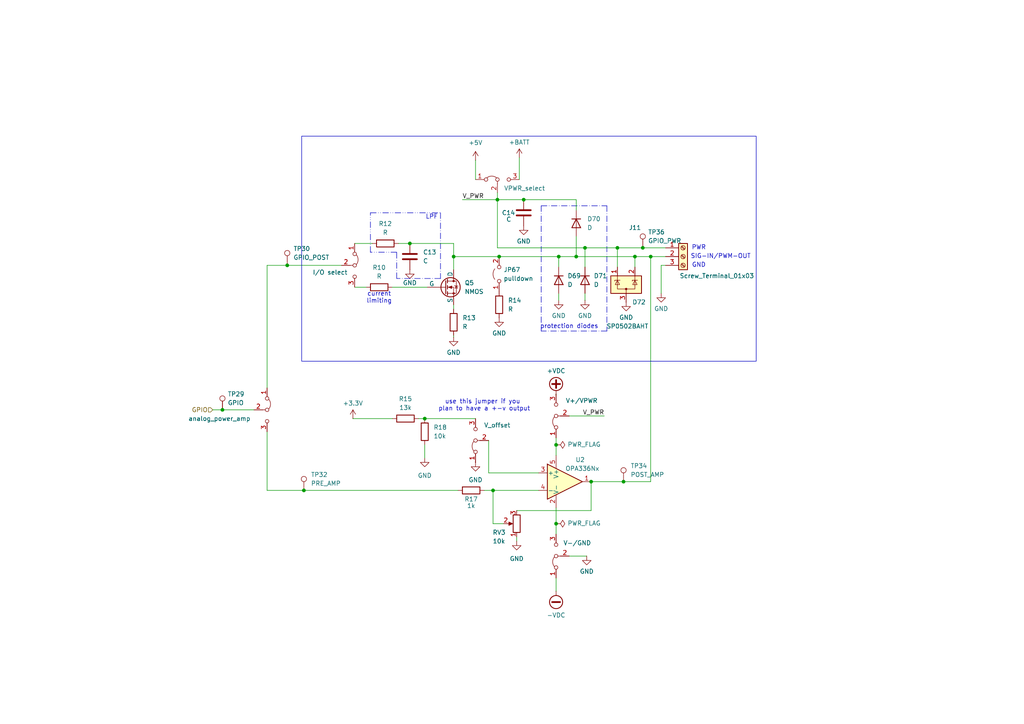
<source format=kicad_sch>
(kicad_sch (version 20231120) (generator "eeschema") (generator_version "8.0")
  (paper "A4")
  (lib_symbols
    (symbol "Amplifier_Operational:OPA336Nx" (pin_names (offset 0.127))
      (property "Reference" "U" (at -1.27 6.35 0))
      (property "Value" "OPA336Nx" (at -1.27 3.81 0))
      (symbol "OPA336Nx_0_1"
        (polyline (pts (xy -5.08 5.08) (xy 5.08 0) (xy -5.08 -5.08) (xy -5.08 5.08)) (stroke (width 0.254)) (fill (type background)))
        (pin power_in line (at -2.54 -7.62 90) (length 3.81) (name "V-") (number "2"))
        (pin power_in line (at -2.54 7.62 270) (length 3.81) (name "V+") (number "5"))
      )
      (symbol "OPA336Nx_1_1"
        (pin output line (at 7.62 0 180) (length 2.54) (name "~") (number "1"))
        (pin input line (at -7.62 2.54 0) (length 2.54) (name "+") (number "3"))
        (pin input line (at -7.62 -2.54 0) (length 2.54) (name "-") (number "4"))
      )
    )
    (symbol "Connector:Screw_Terminal_01x03" (pin_names (offset 1.016) hide)
      (property "Reference" "J" (at 0 5.08 0))
      (property "Value" "Screw_Terminal_01x03" (at 0 -5.08 0))
      (symbol "Screw_Terminal_01x03_1_1"
        (rectangle (start -1.27 3.81) (end 1.27 -3.81) (stroke (width 0.254)) (fill (type background)))
        (circle (center 0 -2.54) (radius 0.635) (stroke (width 0.1524)))
        (polyline (pts (xy -0.5334 -2.2098) (xy 0.3302 -3.048)) (stroke (width 0.1524)))
        (polyline (pts (xy -0.5334 0.3302) (xy 0.3302 -0.508)) (stroke (width 0.1524)))
        (polyline (pts (xy -0.5334 2.8702) (xy 0.3302 2.032)) (stroke (width 0.1524)))
        (polyline (pts (xy -0.3556 -2.032) (xy 0.508 -2.8702)) (stroke (width 0.1524)))
        (polyline (pts (xy -0.3556 0.508) (xy 0.508 -0.3302)) (stroke (width 0.1524)))
        (polyline (pts (xy -0.3556 3.048) (xy 0.508 2.2098)) (stroke (width 0.1524)))
        (circle (center 0 0) (radius 0.635) (stroke (width 0.1524)))
        (circle (center 0 2.54) (radius 0.635) (stroke (width 0.1524)))
        (pin passive line (at -5.08 2.54 0) (length 3.81) (name "Pin_1") (number "1"))
        (pin passive line (at -5.08 0 0) (length 3.81) (name "Pin_2") (number "2"))
        (pin passive line (at -5.08 -2.54 0) (length 3.81) (name "Pin_3") (number "3"))
      )
    )
    (symbol "Connector:TestPoint" (pin_numbers hide) (pin_names (offset 0.762) hide)
      (property "Reference" "TP" (at 0 6.858 0))
      (property "Value" "TestPoint" (at 0 5.08 0))
      (symbol "TestPoint_0_1"
        (circle (center 0 3.302) (radius 0.762))
      )
      (symbol "TestPoint_1_1"
        (pin passive line (at 0 0 90) (length 2.54) (name "1") (number "1"))
      )
    )
    (symbol "Device:C" (pin_numbers hide) (pin_names (offset 0.254))
      (property "Reference" "C" (at 0.635 2.54 0))
      (property "Value" "C" (at 0.635 -2.54 0))
      (symbol "C_0_1"
        (polyline (pts (xy -2.032 -0.762) (xy 2.032 -0.762)) (stroke (width 0.508)))
        (polyline (pts (xy -2.032 0.762) (xy 2.032 0.762)) (stroke (width 0.508)))
      )
      (symbol "C_1_1"
        (pin passive line (at 0 3.81 270) (length 2.794) (name "~") (number "1"))
        (pin passive line (at 0 -3.81 90) (length 2.794) (name "~") (number "2"))
      )
    )
    (symbol "Device:D" (pin_numbers hide) (pin_names (offset 1.016) hide)
      (property "Reference" "D" (at 0 2.54 0))
      (property "Value" "D" (at 0 -2.54 0))
      (symbol "D_0_1"
        (polyline (pts (xy -1.27 1.27) (xy -1.27 -1.27)) (stroke (width 0.254)))
        (polyline (pts (xy 1.27 0) (xy -1.27 0)))
        (polyline (pts (xy 1.27 1.27) (xy 1.27 -1.27) (xy -1.27 0) (xy 1.27 1.27)) (stroke (width 0.254)))
      )
      (symbol "D_1_1"
        (pin passive line (at -3.81 0 0) (length 2.54) (name "K") (number "1"))
        (pin passive line (at 3.81 0 180) (length 2.54) (name "A") (number "2"))
      )
    )
    (symbol "Device:R" (pin_numbers hide) (pin_names (offset 0))
      (property "Reference" "R" (at 2.032 0 90))
      (property "Value" "R" (at 0 0 90))
      (symbol "R_0_1"
        (rectangle (start -1.016 -2.54) (end 1.016 2.54) (stroke (width 0.254)))
      )
      (symbol "R_1_1"
        (pin passive line (at 0 3.81 270) (length 1.27) (name "~") (number "1"))
        (pin passive line (at 0 -3.81 90) (length 1.27) (name "~") (number "2"))
      )
    )
    (symbol "Device:R_Potentiometer" (pin_names (offset 1.016) hide)
      (property "Reference" "RV" (at -4.445 0 90))
      (property "Value" "R_Potentiometer" (at -2.54 0 90))
      (symbol "R_Potentiometer_0_1"
        (polyline (pts (xy 2.54 0) (xy 1.524 0)))
        (polyline (pts (xy 1.143 0) (xy 2.286 0.508) (xy 2.286 -0.508) (xy 1.143 0)) (fill (type outline)))
        (rectangle (start 1.016 2.54) (end -1.016 -2.54) (stroke (width 0.254)))
      )
      (symbol "R_Potentiometer_1_1"
        (pin passive line (at 0 3.81 270) (length 1.27) (name "1") (number "1"))
        (pin passive line (at 3.81 0 180) (length 1.27) (name "2") (number "2"))
        (pin passive line (at 0 -3.81 90) (length 1.27) (name "3") (number "3"))
      )
    )
    (symbol "Jumper:Jumper_2_Open" (pin_names (offset 0) hide)
      (property "Reference" "JP" (at 0 2.794 0))
      (property "Value" "Jumper_2_Open" (at 0 -2.286 0))
      (symbol "Jumper_2_Open_0_0"
        (circle (center -2.032 0) (radius 0.508))
        (circle (center 2.032 0) (radius 0.508))
      )
      (symbol "Jumper_2_Open_0_1"
        (arc (start 1.524 1.27) (mid 0 1.778) (end -1.524 1.27))
      )
      (symbol "Jumper_2_Open_1_1"
        (pin passive line (at -5.08 0 0) (length 2.54) (name "A") (number "1"))
        (pin passive line (at 5.08 0 180) (length 2.54) (name "B") (number "2"))
      )
    )
    (symbol "Jumper:Jumper_3_Bridged12" (pin_names (offset 0) hide)
      (property "Reference" "JP" (at -2.54 -2.54 0))
      (property "Value" "Jumper_3_Bridged12" (at 0 2.794 0))
      (symbol "Jumper_3_Bridged12_0_0"
        (circle (center -3.302 0) (radius 0.508))
        (circle (center 0 0) (radius 0.508))
        (circle (center 3.302 0) (radius 0.508))
      )
      (symbol "Jumper_3_Bridged12_0_1"
        (arc (start -0.254 0.508) (mid -1.651 0.9912) (end -3.048 0.508))
        (polyline (pts (xy 0 -1.27) (xy 0 -0.508)))
      )
      (symbol "Jumper_3_Bridged12_1_1"
        (pin passive line (at -6.35 0 0) (length 2.54) (name "A") (number "1"))
        (pin passive line (at 0 -3.81 90) (length 2.54) (name "C") (number "2"))
        (pin passive line (at 6.35 0 180) (length 2.54) (name "B") (number "3"))
      )
    )
    (symbol "Power_Protection:SP0502BAHT" (pin_names hide)
      (property "Reference" "D" (at 5.715 2.54 0))
      (property "Value" "SP0502BAHT" (at 5.715 0.635 0))
      (symbol "SP0502BAHT_0_0"
        (pin passive line (at 0 -5.08 90) (length 2.54) (name "A") (number "3"))
      )
      (symbol "SP0502BAHT_0_1"
        (rectangle (start -4.445 2.54) (end 4.445 -2.54) (stroke (width 0.254)) (fill (type background)))
        (circle (center 0 -1.27) (radius 0.254) (fill (type outline)))
        (polyline (pts (xy -2.54 2.54) (xy -2.54 1.27)))
        (polyline (pts (xy 0 -1.27) (xy 0 -2.54)))
        (polyline (pts (xy 2.54 2.54) (xy 2.54 1.27)))
        (polyline (pts (xy -3.302 1.016) (xy -3.302 1.27) (xy -1.905 1.27) (xy -1.778 1.27)))
        (polyline (pts (xy -2.54 1.27) (xy -2.54 -1.27) (xy 2.54 -1.27) (xy 2.54 1.27)))
        (polyline (pts (xy -2.54 1.27) (xy -1.905 0) (xy -3.175 0) (xy -2.54 1.27)))
        (polyline (pts (xy 1.778 1.016) (xy 1.778 1.27) (xy 3.175 1.27) (xy 3.302 1.27)))
        (polyline (pts (xy 2.54 1.27) (xy 1.905 0) (xy 3.175 0) (xy 2.54 1.27)))
      )
      (symbol "SP0502BAHT_1_1"
        (pin passive line (at -2.54 5.08 270) (length 2.54) (name "K") (number "1"))
        (pin passive line (at 2.54 5.08 270) (length 2.54) (name "K") (number "2"))
      )
    )
    (symbol "Simulation_SPICE:NMOS" (pin_numbers hide) (pin_names (offset 0))
      (property "Reference" "Q" (at 5.08 1.27 0))
      (property "Value" "NMOS" (at 5.08 -1.27 0))
      (symbol "NMOS_0_1"
        (polyline (pts (xy 0.254 0) (xy -2.54 0)))
        (polyline (pts (xy 0.254 1.905) (xy 0.254 -1.905)) (stroke (width 0.254)))
        (polyline (pts (xy 0.762 -1.27) (xy 0.762 -2.286)) (stroke (width 0.254)))
        (polyline (pts (xy 0.762 0.508) (xy 0.762 -0.508)) (stroke (width 0.254)))
        (polyline (pts (xy 0.762 2.286) (xy 0.762 1.27)) (stroke (width 0.254)))
        (polyline (pts (xy 2.54 2.54) (xy 2.54 1.778)))
        (polyline (pts (xy 2.54 -2.54) (xy 2.54 0) (xy 0.762 0)))
        (polyline (pts (xy 0.762 -1.778) (xy 3.302 -1.778) (xy 3.302 1.778) (xy 0.762 1.778)))
        (polyline (pts (xy 1.016 0) (xy 2.032 0.381) (xy 2.032 -0.381) (xy 1.016 0)) (fill (type outline)))
        (polyline (pts (xy 2.794 0.508) (xy 2.921 0.381) (xy 3.683 0.381) (xy 3.81 0.254)))
        (polyline (pts (xy 3.302 0.381) (xy 2.921 -0.254) (xy 3.683 -0.254) (xy 3.302 0.381)))
        (circle (center 1.651 0) (radius 2.794) (stroke (width 0.254)))
        (circle (center 2.54 -1.778) (radius 0.254) (fill (type outline)))
        (circle (center 2.54 1.778) (radius 0.254) (fill (type outline)))
      )
      (symbol "NMOS_1_1"
        (pin passive line (at 2.54 5.08 270) (length 2.54) (name "D") (number "1"))
        (pin input line (at -5.08 0 0) (length 2.54) (name "G") (number "2"))
        (pin passive line (at 2.54 -5.08 90) (length 2.54) (name "S") (number "3"))
      )
    )
    (symbol "power:+3.3V" (power) (pin_numbers hide) (pin_names (offset 0) hide)
      (property "Value" "+3.3V" (at 0 3.556 0))
      (symbol "+3.3V_0_1"
        (polyline (pts (xy -0.762 1.27) (xy 0 2.54)))
        (polyline (pts (xy 0 0) (xy 0 2.54)))
        (polyline (pts (xy 0 2.54) (xy 0.762 1.27)))
      )
      (symbol "+3.3V_1_1"
        (pin power_in line (at 0 0 90) (length 0) (name "~") (number "1"))
      )
    )
    (symbol "power:+5V" (power) (pin_numbers hide) (pin_names (offset 0) hide)
      (property "Value" "+5V" (at 0 3.556 0))
      (symbol "+5V_0_1"
        (polyline (pts (xy -0.762 1.27) (xy 0 2.54)))
        (polyline (pts (xy 0 0) (xy 0 2.54)))
        (polyline (pts (xy 0 2.54) (xy 0.762 1.27)))
      )
      (symbol "+5V_1_1"
        (pin power_in line (at 0 0 90) (length 0) (name "~") (number "1"))
      )
    )
    (symbol "power:+BATT" (power) (pin_numbers hide) (pin_names (offset 0) hide)
      (property "Value" "+BATT" (at 0 3.556 0))
      (symbol "+BATT_0_1"
        (polyline (pts (xy -0.762 1.27) (xy 0 2.54)))
        (polyline (pts (xy 0 0) (xy 0 2.54)))
        (polyline (pts (xy 0 2.54) (xy 0.762 1.27)))
      )
      (symbol "+BATT_1_1"
        (pin power_in line (at 0 0 90) (length 0) (name "~") (number "1"))
      )
    )
    (symbol "power:+VDC" (power) (pin_numbers hide) (pin_names (offset 0) hide)
      (property "Value" "+VDC" (at 0 6.35 0))
      (symbol "+VDC_0_1"
        (polyline (pts (xy -1.143 3.175) (xy 1.143 3.175)) (stroke (width 0.508)))
        (polyline (pts (xy 0 0) (xy 0 1.27)))
        (polyline (pts (xy 0 2.032) (xy 0 4.318)) (stroke (width 0.508)))
        (circle (center 0 3.175) (radius 1.905) (stroke (width 0.254)))
      )
      (symbol "+VDC_1_1"
        (pin power_in line (at 0 0 90) (length 0) (name "~") (number "1"))
      )
    )
    (symbol "power:-VDC" (power) (pin_numbers hide) (pin_names (offset 0) hide)
      (property "Value" "-VDC" (at 0 6.35 0))
      (symbol "-VDC_0_1"
        (polyline (pts (xy -1.143 3.175) (xy 1.143 3.175)) (stroke (width 0.508)))
        (polyline (pts (xy 0 0) (xy 0 1.27)))
        (circle (center 0 3.175) (radius 1.905) (stroke (width 0.254)))
      )
      (symbol "-VDC_1_1"
        (pin power_in line (at 0 0 90) (length 0) (name "~") (number "1"))
      )
    )
    (symbol "power:GND" (power) (pin_numbers hide) (pin_names (offset 0) hide)
      (property "Value" "GND" (at 0 -3.81 0))
      (symbol "GND_0_1"
        (polyline (pts (xy 0 0) (xy 0 -1.27) (xy 1.27 -1.27) (xy 0 -2.54) (xy -1.27 -1.27) (xy 0 -1.27)))
      )
      (symbol "GND_1_1"
        (pin power_in line (at 0 0 270) (length 0) (name "~") (number "1"))
      )
    )
    (symbol "power:PWR_FLAG" (power) (pin_numbers hide) (pin_names (offset 0) hide)
      (property "Value" "PWR_FLAG" (at 0 3.81 0))
      (symbol "PWR_FLAG_0_0"
        (pin power_out line (at 0 0 90) (length 0) (name "~") (number "1"))
      )
      (symbol "PWR_FLAG_0_1"
        (polyline (pts (xy 0 0) (xy 0 1.27) (xy -1.016 1.905) (xy 0 2.54) (xy 1.016 1.905) (xy 0 1.27)))
      )
    )
  )
  (junction (at 143.002 142.24))
  (junction (at 161.29 151.892))
  (junction (at 169.672 71.882))
  (junction (at 188.722 74.422))
  (junction (at 131.572 74.422))
  (junction (at 88.138 142.24))
  (junction (at 180.848 139.7))
  (junction (at 144.78 74.422))
  (junction (at 123.19 121.412))
  (junction (at 83.312 76.962))
  (junction (at 167.132 74.422))
  (junction (at 161.29 129.032))
  (junction (at 171.45 139.7))
  (junction (at 179.07 71.882))
  (junction (at 186.436 71.882))
  (junction (at 144.272 57.912))
  (junction (at 64.516 118.872))
  (junction (at 118.872 70.612))
  (junction (at 162.052 74.422))
  (junction (at 151.892 57.912))
  (junction (at 184.15 74.422))
  (polyline (pts (xy 107.442 73.152) (xy 107.442 73.152)))
  (wire (pts (xy 188.722 139.7) (xy 188.722 74.422)))
  (polyline (pts (xy 127.762 80.772) (xy 115.062 80.772)) (stroke (width 0) (type dash_dot)))
  (wire (pts (xy 140.462 142.24) (xy 143.002 142.24)))
  (wire (pts (xy 61.722 118.872) (xy 64.516 118.872)))
  (wire (pts (xy 167.132 74.422) (xy 184.15 74.422)))
  (wire (pts (xy 144.272 71.882) (xy 144.272 57.912)))
  (wire (pts (xy 149.86 148.082) (xy 171.45 148.082)))
  (wire (pts (xy 131.572 70.612) (xy 131.572 74.422)))
  (wire (pts (xy 179.07 71.882) (xy 186.436 71.882)))
  (wire (pts (xy 184.15 74.422) (xy 184.15 77.47)))
  (wire (pts (xy 161.29 151.892) (xy 161.29 154.94)))
  (wire (pts (xy 131.572 74.422) (xy 144.78 74.422)))
  (wire (pts (xy 149.86 156.972) (xy 149.86 155.702)))
  (wire (pts (xy 170.18 161.29) (xy 165.1 161.29)))
  (wire (pts (xy 134.112 57.912) (xy 144.272 57.912)))
  (wire (pts (xy 77.47 142.24) (xy 88.138 142.24)))
  (wire (pts (xy 64.516 118.872) (xy 73.66 118.872)))
  (wire (pts (xy 162.052 74.422) (xy 167.132 74.422)))
  (wire (pts (xy 171.45 139.7) (xy 180.848 139.7)))
  (wire (pts (xy 162.052 77.47) (xy 162.052 74.422)))
  (wire (pts (xy 161.29 127) (xy 161.29 129.032)))
  (polyline (pts (xy 127.762 61.722) (xy 127.762 80.772)) (stroke (width 0) (type dash_dot)))
  (wire (pts (xy 144.272 57.912) (xy 144.272 55.88)))
  (wire (pts (xy 77.47 76.962) (xy 77.47 112.522)))
  (wire (pts (xy 161.29 129.032) (xy 161.29 132.08)))
  (wire (pts (xy 102.87 70.612) (xy 107.95 70.612)))
  (wire (pts (xy 131.572 88.392) (xy 131.572 89.662)))
  (wire (pts (xy 169.672 85.09) (xy 169.672 87.122)))
  (wire (pts (xy 186.436 71.882) (xy 193.04 71.882)))
  (wire (pts (xy 88.138 142.24) (xy 132.842 142.24)))
  (wire (pts (xy 151.892 57.912) (xy 167.132 57.912)))
  (wire (pts (xy 123.19 121.412) (xy 137.922 121.412)))
  (wire (pts (xy 143.002 151.892) (xy 146.05 151.892)))
  (wire (pts (xy 144.78 74.422) (xy 162.052 74.422)))
  (wire (pts (xy 121.412 121.412) (xy 123.19 121.412)))
  (polyline (pts (xy 176.022 96.012) (xy 156.972 96.012)) (stroke (width 0) (type dash_dot)))
  (wire (pts (xy 167.132 68.58) (xy 167.132 74.422)))
  (wire (pts (xy 161.29 171.45) (xy 161.29 167.64)))
  (wire (pts (xy 150.622 45.72) (xy 150.622 52.07)))
  (wire (pts (xy 102.362 121.412) (xy 113.792 121.412)))
  (wire (pts (xy 141.732 137.16) (xy 156.21 137.16)))
  (wire (pts (xy 144.272 57.912) (xy 151.892 57.912)))
  (wire (pts (xy 161.29 114.554) (xy 161.29 114.3)))
  (wire (pts (xy 161.29 147.32) (xy 161.29 151.892)))
  (polyline (pts (xy 115.062 73.152) (xy 107.442 73.152)) (stroke (width 0) (type dash_dot_dot)))
  (wire (pts (xy 180.848 139.7) (xy 188.722 139.7)))
  (wire (pts (xy 188.722 74.422) (xy 193.04 74.422)))
  (wire (pts (xy 162.052 85.09) (xy 162.052 87.122)))
  (wire (pts (xy 167.132 57.912) (xy 167.132 60.96)))
  (wire (pts (xy 102.87 83.312) (xy 106.172 83.312)))
  (wire (pts (xy 169.672 77.47) (xy 169.672 71.882)))
  (wire (pts (xy 131.572 74.422) (xy 131.572 78.232)))
  (wire (pts (xy 137.922 46.482) (xy 137.922 52.07)))
  (wire (pts (xy 171.45 148.082) (xy 171.45 139.7)))
  (wire (pts (xy 143.002 142.24) (xy 143.002 151.892)))
  (wire (pts (xy 77.47 125.222) (xy 77.47 142.24)))
  (wire (pts (xy 143.002 142.24) (xy 156.21 142.24)))
  (wire (pts (xy 83.312 76.962) (xy 77.47 76.962)))
  (wire (pts (xy 193.04 76.962) (xy 191.77 76.962)))
  (wire (pts (xy 191.77 76.962) (xy 191.77 85.09)))
  (wire (pts (xy 123.19 129.032) (xy 123.19 132.842)))
  (polyline (pts (xy 176.022 59.69) (xy 176.022 96.012)) (stroke (width 0) (type dash_dot)))
  (polyline (pts (xy 107.442 61.722) (xy 127.762 61.722)) (stroke (width 0) (type dash_dot_dot)))
  (polyline (pts (xy 156.972 59.69) (xy 156.972 96.012)) (stroke (width 0) (type dash_dot)))
  (wire (pts (xy 169.672 71.882) (xy 179.07 71.882)))
  (wire (pts (xy 113.792 83.312) (xy 123.952 83.312)))
  (wire (pts (xy 118.872 70.612) (xy 131.572 70.612)))
  (wire (pts (xy 115.57 70.612) (xy 118.872 70.612)))
  (wire (pts (xy 83.312 76.708) (xy 83.312 76.962)))
  (wire (pts (xy 99.06 76.962) (xy 83.312 76.962)))
  (wire (pts (xy 144.272 71.882) (xy 169.672 71.882)))
  (wire (pts (xy 131.572 97.282) (xy 131.572 97.79)))
  (wire (pts (xy 175.26 120.65) (xy 165.1 120.65)))
  (polyline (pts (xy 156.972 59.69) (xy 176.022 59.69)) (stroke (width 0) (type dash_dot)))
  (wire (pts (xy 179.07 71.882) (xy 179.07 77.47)))
  (polyline (pts (xy 115.062 80.772) (xy 115.062 73.152)) (stroke (width 0) (type dash_dot)))
  (wire (pts (xy 141.732 127.762) (xy 141.732 137.16)))
  (wire (pts (xy 184.15 74.422) (xy 188.722 74.422)))
  (polyline (pts (xy 107.442 73.152) (xy 107.442 61.722)) (stroke (width 0) (type dash_dot_dot)))
  (rectangle (start 87.503 39.497) (end 219.329 104.775))
  (text "current\nlimiting\n" (at 109.982 86.36 0) (effects (font (size 1.27 1.27))))
  (text "LPF\n" (at 125.222 62.992 0) (effects (font (size 1.27 1.27))))
  (text "protection diodes\n" (at 165.1 94.742 0) (effects (font (size 1.27 1.27))))
  (text "use this jumper if you \nplan to have a +-v output" (at 140.462 117.602 0) (effects (font (size 1.27 1.27))))
  (text "PWR" (at 202.692 71.882 0) (effects (font (size 1.27 1.27))))
  (text "SIG-IN/PWM-OUT" (at 209.042 74.422 0) (effects (font (size 1.27 1.27))))
  (text "GND\n" (at 202.692 76.962 0) (effects (font (size 1.27 1.27))))
  (label "V_PWR" (at 175.26 120.65 180))
  (label "V_PWR" (at 134.112 57.912 0))
  (hierarchical_label "GPIO" (shape input) (at 61.722 118.872 180))
  (symbol (lib_id "Device:C") (at 118.872 74.422 0) (unit 1)
    (property "Reference" "C13" (at 122.682 73.1519 0) (effects (justify left)))
    (property "Value" "C" (at 122.682 75.6919 0) (effects (justify left)))
    (property "Footprint" "Capacitor_SMD:C_0603_1608Metric_Pad1.08x0.95mm_HandSolder" (effects (hide yes)))
    (property "Description" "Unpolarized capacitor" (effects (hide yes)))
    (instances (project "data_logger" (path "" (reference "C13") (unit 1)) (path "" (reference "C20") (unit 1))))
  )
  (symbol (lib_id "Simulation_SPICE:NMOS") (at 129.032 83.312 0) (unit 1)
    (property "Reference" "Q5" (at 134.747 82.0419 0) (effects (justify left)))
    (property "Value" "NMOS" (at 134.747 84.5819 0) (effects (justify left)))
    (property "Footprint" "Package_TO_SOT_SMD:SOT-23-3" (effects (hide yes)))
    (property "Datasheet" "https://ngspice.sourceforge.io/docs/ngspice-html-manual/manual.xhtml#cha_MOSFETs" (effects (hide yes)))
    (property "Description" "N-MOSFET transistor, drain/source/gate" (effects (hide yes)))
    (property "Sim.Device" "NMOS" (effects (hide yes)))
    (property "Sim.Type" "VDMOS" (effects (hide yes)))
    (property "Sim.Pins" "1=D 2=G 3=S" (effects (hide yes)))
    (instances (project "data_logger" (path "" (reference "Q5") (unit 1)) (path "" (reference "Q6") (unit 1))))
  )
  (symbol (lib_id "power:GND") (at 149.86 156.972 0) (unit 1)
    (property "Reference" "#PWR0121" (effects (hide yes)))
    (property "Value" "GND" (at 149.86 162.052 0))
    (property "Description" "Power symbol creates a global label with name \"GND\" , ground" (effects (hide yes)))
    (instances (project "data_logger" (path "" (reference "#PWR0121") (unit 1)) (path "" (reference "#PWR0272") (unit 1))))
  )
  (symbol (lib_id "Device:R") (at 136.652 142.24 270) (unit 1)
    (property "Reference" "R17" (at 136.652 144.78 90))
    (property "Value" "1k" (at 136.652 146.685 90))
    (property "Footprint" "Resistor_SMD:R_0603_1608Metric_Pad0.98x0.95mm_HandSolder" (effects (hide yes)))
    (property "Description" "Resistor" (effects (hide yes)))
    (instances (project "data_logger" (path "" (reference "R17") (unit 1)) (path "" (reference "R23") (unit 1))))
  )
  (symbol (lib_id "Device:R") (at 123.19 125.222 180) (unit 1)
    (property "Reference" "R18" (at 125.73 123.9519 0) (effects (justify right)))
    (property "Value" "10k" (at 125.73 126.4919 0) (effects (justify right)))
    (property "Footprint" "Resistor_SMD:R_0603_1608Metric_Pad0.98x0.95mm_HandSolder" (effects (hide yes)))
    (property "Description" "Resistor" (effects (hide yes)))
    (instances (project "data_logger" (path "" (reference "R18") (unit 1)) (path "" (reference "R21") (unit 1))))
  )
  (symbol (lib_id "power:GND") (at 131.572 97.79 0) (unit 1)
    (property "Reference" "#PWR095" (effects (hide yes)))
    (property "Value" "GND" (at 131.572 102.235 0))
    (property "Description" "Power symbol creates a global label with name \"GND\" , ground" (effects (hide yes)))
    (instances (project "data_logger" (path "" (reference "#PWR095") (unit 1)) (path "" (reference "#PWR0268") (unit 1))))
  )
  (symbol (lib_id "power:GND") (at 118.872 78.232 0) (unit 1)
    (property "Reference" "#PWR093" (effects (hide yes)))
    (property "Value" "GND" (at 118.872 82.042 0))
    (property "Description" "Power symbol creates a global label with name \"GND\" , ground" (effects (hide yes)))
    (instances (project "data_logger" (path "" (reference "#PWR093") (unit 1)) (path "" (reference "#PWR0266") (unit 1))))
  )
  (symbol (lib_id "Connector:TestPoint") (at 88.138 142.24 0) (unit 1)
    (property "Reference" "TP32" (at 90.17 137.6679 0) (effects (justify left)))
    (property "Value" "PRE_AMP" (at 90.17 140.2079 0) (effects (justify left)))
    (property "Footprint" "TestPoint:TestPoint_Keystone_5019_Minature" (effects (hide yes)))
    (property "Description" "test point" (effects (hide yes)))
    (instances (project "data_logger" (path "" (reference "TP32") (unit 1)) (path "" (reference "TP33") (unit 1))))
  )
  (symbol (lib_id "Connector:Screw_Terminal_01x03") (at 198.12 74.422 0) (unit 1)
    (property "Reference" "J11" (at 182.372 66.04 0) (effects (justify left)))
    (property "Value" "Screw_Terminal_01x03" (at 197.104 80.01 0) (effects (justify left)))
    (property "Footprint" "TerminalBlock:TerminalBlock_Altech_AK300-3_P5.00mm" (effects (hide yes)))
    (property "Description" "Generic screw terminal, single row, 01x03, script generated (kicad-library-utils/schlib/autogen/connector/)" (effects (hide yes)))
    (instances (project "data_logger" (path "" (reference "J11") (unit 1)) (path "" (reference "J12") (unit 1))))
  )
  (symbol (lib_id "Connector:TestPoint") (at 180.848 139.7 0) (unit 1)
    (property "Reference" "TP34" (at 182.88 135.1279 0) (effects (justify left)))
    (property "Value" "POST_AMP" (at 182.88 137.6679 0) (effects (justify left)))
    (property "Footprint" "TestPoint:TestPoint_Keystone_5019_Minature" (effects (hide yes)))
    (property "Description" "test point" (effects (hide yes)))
    (instances (project "data_logger" (path "" (reference "TP34") (unit 1)) (path "" (reference "TP35") (unit 1))))
  )
  (symbol (lib_id "Device:D") (at 162.052 81.28 270) (unit 1)
    (property "Reference" "D69" (at 164.592 80.0099 90) (effects (justify left)))
    (property "Value" "D" (at 164.592 82.5499 90) (effects (justify left)))
    (property "Footprint" "Diode_SMD:D_0805_2012Metric" (effects (hide yes)))
    (property "Description" "Diode" (effects (hide yes)))
    (property "Sim.Device" "D" (effects (hide yes)))
    (property "Sim.Pins" "1=K 2=A" (effects (hide yes)))
    (instances (project "data_logger" (path "" (reference "D69") (unit 1)) (path "" (reference "D74") (unit 1))))
  )
  (symbol (lib_id "power:+BATT") (at 150.622 45.72 0) (unit 1)
    (property "Reference" "#PWR098" (effects (hide yes)))
    (property "Value" "+BATT" (at 150.622 41.275 0))
    (property "Description" "Power symbol creates a global label with name \"+BATT\"" (effects (hide yes)))
    (instances (project "data_logger" (path "" (reference "#PWR098") (unit 1)) (path "" (reference "#PWR0273") (unit 1))))
  )
  (symbol (lib_id "Connector:TestPoint") (at 64.516 118.872 0) (unit 1)
    (property "Reference" "TP29" (at 66.04 114.2999 0) (effects (justify left)))
    (property "Value" "GPIO" (at 66.04 116.8399 0) (effects (justify left)))
    (property "Footprint" "TestPoint:TestPoint_Keystone_5019_Minature" (effects (hide yes)))
    (property "Description" "test point" (effects (hide yes)))
    (instances (project "data_logger" (path "" (reference "TP29") (unit 1)) (path "" (reference "TP28") (unit 1))))
  )
  (symbol (lib_id "power:GND") (at 144.78 92.202 0) (unit 1)
    (property "Reference" "#PWR097" (effects (hide yes)))
    (property "Value" "GND" (at 144.78 96.647 0))
    (property "Description" "Power symbol creates a global label with name \"GND\" , ground" (effects (hide yes)))
    (instances (project "data_logger" (path "" (reference "#PWR097") (unit 1)) (path "" (reference "#PWR0271") (unit 1))))
  )
  (symbol (lib_id "power:PWR_FLAG") (at 161.29 151.892 270) (unit 1)
    (property "Reference" "#FLG07" (effects (hide yes)))
    (property "Value" "PWR_FLAG" (at 164.592 151.765 90) (effects (justify left)))
    (property "Description" "Special symbol for telling ERC where power comes from" (effects (hide yes)))
    (instances (project "data_logger" (path "" (reference "#FLG07") (unit 1)) (path "" (reference "#FLG06") (unit 1))))
  )
  (symbol (lib_id "Device:R") (at 144.78 88.392 0) (unit 1)
    (property "Reference" "R14" (at 147.32 87.1219 0) (effects (justify left)))
    (property "Value" "R" (at 147.32 89.6619 0) (effects (justify left)))
    (property "Footprint" "Resistor_SMD:R_0603_1608Metric_Pad0.98x0.95mm_HandSolder" (effects (hide yes)))
    (property "Description" "Resistor" (effects (hide yes)))
    (instances (project "data_logger" (path "" (reference "R14") (unit 1)) (path "" (reference "R24") (unit 1))))
  )
  (symbol (lib_id "power:-VDC") (at 161.29 171.45 180) (unit 1)
    (property "Reference" "#PWR0116" (effects (hide yes)))
    (property "Value" "-VDC" (at 161.29 178.435 0))
    (property "Description" "Power symbol creates a global label with name \"-VDC\"" (effects (hide yes)))
    (instances (project "data_logger" (path "" (reference "#PWR0116") (unit 1)) (path "" (reference "#PWR0276") (unit 1))))
  )
  (symbol (lib_id "power:GND") (at 162.052 87.122 0) (unit 1)
    (property "Reference" "#PWR0100" (effects (hide yes)))
    (property "Value" "GND" (at 162.052 91.567 0))
    (property "Description" "Power symbol creates a global label with name \"GND\" , ground" (effects (hide yes)))
    (instances (project "data_logger" (path "" (reference "#PWR0100") (unit 1)) (path "" (reference "#PWR0277") (unit 1))))
  )
  (symbol (lib_id "Jumper:Jumper_3_Bridged12") (at 77.47 118.872 270) (unit 1)
    (property "Reference" "JP46" (effects (hide yes)))
    (property "Value" "analog_power_amp" (at 54.61 121.412 90) (effects (justify left)))
    (property "Footprint" "Connector_PinHeader_2.54mm:PinHeader_1x03_P2.54mm_Vertical" (effects (hide yes)))
    (property "Description" "Jumper, 3-pole, pins 1+2 closed/bridged" (effects (hide yes)))
    (instances (project "data_logger" (path "" (reference "JP46") (unit 1)) (path "" (reference "JP63") (unit 1))))
  )
  (symbol (lib_id "power:GND") (at 137.922 134.112 0) (unit 1)
    (property "Reference" "#PWR0119" (effects (hide yes)))
    (property "Value" "GND" (at 137.922 139.192 0))
    (property "Description" "Power symbol creates a global label with name \"GND\" , ground" (effects (hide yes)))
    (instances (project "data_logger" (path "" (reference "#PWR0119") (unit 1)) (path "" (reference "#PWR0270") (unit 1))))
  )
  (symbol (lib_id "Device:R") (at 109.982 83.312 270) (unit 1)
    (property "Reference" "R10" (at 109.982 77.597 90))
    (property "Value" "R" (at 109.982 80.137 90))
    (property "Footprint" "Resistor_SMD:R_0603_1608Metric_Pad0.98x0.95mm_HandSolder" (effects (hide yes)))
    (property "Description" "Resistor" (effects (hide yes)))
    (instances (project "data_logger" (path "" (reference "R10") (unit 1)) (path "" (reference "R16") (unit 1))))
  )
  (symbol (lib_id "Device:R_Potentiometer") (at 149.86 151.892 180) (unit 1)
    (property "Reference" "RV3" (at 142.875 154.432 0) (effects (justify right)))
    (property "Value" "10k" (at 142.875 156.972 0) (effects (justify right)))
    (property "Footprint" "Potentiometer_THT:Potentiometer_Vishay_T73XX_Horizontal" (effects (hide yes)))
    (property "Description" "Potentiometer" (effects (hide yes)))
    (instances (project "data_logger" (path "" (reference "RV3") (unit 1)) (path "" (reference "RV1") (unit 1))))
  )
  (symbol (lib_id "Device:R") (at 131.572 93.472 0) (unit 1)
    (property "Reference" "R13" (at 134.112 92.2019 0) (effects (justify left)))
    (property "Value" "R" (at 134.112 94.7419 0) (effects (justify left)))
    (property "Footprint" "Resistor_SMD:R_0603_1608Metric_Pad0.98x0.95mm_HandSolder" (effects (hide yes)))
    (property "Description" "Resistor" (effects (hide yes)))
    (instances (project "data_logger" (path "" (reference "R13") (unit 1)) (path "" (reference "R22") (unit 1))))
  )
  (symbol (lib_id "Device:R") (at 111.76 70.612 270) (unit 1)
    (property "Reference" "R12" (at 111.76 64.897 90))
    (property "Value" "R" (at 111.76 67.437 90))
    (property "Footprint" "Resistor_SMD:R_0603_1608Metric_Pad0.98x0.95mm_HandSolder" (effects (hide yes)))
    (property "Description" "Resistor" (effects (hide yes)))
    (instances (project "data_logger" (path "" (reference "R12") (unit 1)) (path "" (reference "R19") (unit 1))))
  )
  (symbol (lib_id "power:GND") (at 123.19 132.842 0) (unit 1)
    (property "Reference" "#PWR0118" (effects (hide yes)))
    (property "Value" "GND" (at 123.19 137.922 0))
    (property "Description" "Power symbol creates a global label with name \"GND\" , ground" (effects (hide yes)))
    (instances (project "data_logger" (path "" (reference "#PWR0118") (unit 1)) (path "" (reference "#PWR0267") (unit 1))))
  )
  (symbol (lib_id "Amplifier_Operational:OPA336Nx") (at 163.83 139.7 0) (unit 1)
    (property "Reference" "U2" (at 168.275 133.35 0))
    (property "Value" "OPA336Nx" (at 168.91 135.89 0))
    (property "Footprint" "Package_TO_SOT_SMD:SOT-23-5" (effects (hide yes)))
    (property "Datasheet" "https://www.ti.com/lit/ds/symlink/opa2336.pdf" (effects (hide yes)))
    (property "Description" "100 KHz, microPower CMOS, Op Amps, SOT-23-5" (effects (hide yes)))
    (instances (project "data_logger" (path "" (reference "U2") (unit 1)) (path "" (reference "U8") (unit 1))))
  )
  (symbol (lib_id "Jumper:Jumper_3_Bridged12") (at 102.87 76.962 270) (unit 1)
    (property "Reference" "JP2" (effects (hide yes)))
    (property "Value" "I/O select" (at 90.678 78.994 90) (effects (justify left)))
    (property "Footprint" "Connector_PinHeader_2.54mm:PinHeader_1x03_P2.54mm_Vertical" (effects (hide yes)))
    (property "Description" "Jumper, 3-pole, pins 1+2 closed/bridged" (effects (hide yes)))
    (instances (project "data_logger" (path "" (reference "JP2") (unit 1)) (path "" (reference "JP64") (unit 1))))
  )
  (symbol (lib_id "power:PWR_FLAG") (at 161.29 129.032 270) (unit 1)
    (property "Reference" "#FLG08" (effects (hide yes)))
    (property "Value" "PWR_FLAG" (at 164.592 128.905 90) (effects (justify left)))
    (property "Description" "Special symbol for telling ERC where power comes from" (effects (hide yes)))
    (instances (project "data_logger" (path "" (reference "#FLG08") (unit 1)) (path "" (reference "#FLG09") (unit 1))))
  )
  (symbol (lib_id "Jumper:Jumper_2_Open") (at 144.78 79.502 90) (unit 1)
    (property "Reference" "JP67" (at 146.05 78.2319 90) (effects (justify right)))
    (property "Value" "pulldown" (at 146.05 80.7719 90) (effects (justify right)))
    (property "Footprint" "Connector_PinHeader_2.54mm:PinHeader_1x03_P2.54mm_Vertical" (effects (hide yes)))
    (property "Description" "Jumper, 2-pole, open" (effects (hide yes)))
    (instances (project "data_logger" (path "" (reference "JP67") (unit 1)) (path "" (reference "JP50") (unit 1))))
  )
  (symbol (lib_id "power:+3.3V") (at 102.362 121.412 0) (unit 1)
    (property "Reference" "#PWR0126" (effects (hide yes)))
    (property "Value" "+3.3V" (at 102.362 116.967 0))
    (property "Description" "Power symbol creates a global label with name \"+3.3V\"" (effects (hide yes)))
    (instances (project "data_logger" (path "" (reference "#PWR0126") (unit 1)) (path "" (reference "#PWR0120") (unit 1))))
  )
  (symbol (lib_id "power:GND") (at 191.77 85.09 0) (unit 1)
    (property "Reference" "#PWR0105" (effects (hide yes)))
    (property "Value" "GND" (at 191.77 89.535 0))
    (property "Description" "Power symbol creates a global label with name \"GND\" , ground" (effects (hide yes)))
    (instances (project "data_logger" (path "" (reference "#PWR0105") (unit 1)) (path "" (reference "#PWR0281") (unit 1))))
  )
  (symbol (lib_id "power:GND") (at 169.672 87.122 0) (unit 1)
    (property "Reference" "#PWR0101" (effects (hide yes)))
    (property "Value" "GND" (at 169.672 91.567 0))
    (property "Description" "Power symbol creates a global label with name \"GND\" , ground" (effects (hide yes)))
    (instances (project "data_logger" (path "" (reference "#PWR0101") (unit 1)) (path "" (reference "#PWR0278") (unit 1))))
  )
  (symbol (lib_id "Power_Protection:SP0502BAHT") (at 181.61 82.55 0) (unit 1)
    (property "Reference" "D72" (at 183.388 87.63 0) (effects (justify left)))
    (property "Value" "SP0502BAHT" (at 175.895 94.615 0) (effects (justify left)))
    (property "Footprint" "Package_TO_SOT_SMD:SOT-23" (effects (hide yes)))
    (property "Datasheet" "http://www.littelfuse.com/~/media/files/littelfuse/technical%20resources/documents/data%20sheets/sp05xxba.pdf" (effects (hide yes)))
    (property "Description" "TVS Diode Array, 5.5V Standoff, 2 Channels, SOT-23 package" (effects (hide yes)))
    (instances (project "data_logger" (path "" (reference "D72") (unit 1)) (path "" (reference "D77") (unit 1))))
  )
  (symbol (lib_id "Jumper:Jumper_3_Bridged12") (at 144.272 52.07 0) (unit 1)
    (property "Reference" "JP21" (effects (hide yes)))
    (property "Value" "VPWR_select" (at 152.146 54.61 0))
    (property "Footprint" "Connector_PinHeader_2.54mm:PinHeader_1x03_P2.54mm_Vertical" (effects (hide yes)))
    (property "Description" "Jumper, 3-pole, pins 1+2 closed/bridged" (effects (hide yes)))
    (instances (project "data_logger" (path "" (reference "JP21") (unit 1)) (path "" (reference "JP66") (unit 1))))
  )
  (symbol (lib_id "Device:D") (at 167.132 64.77 270) (unit 1)
    (property "Reference" "D70" (at 170.307 63.4999 90) (effects (justify left)))
    (property "Value" "D" (at 170.307 66.0399 90) (effects (justify left)))
    (property "Footprint" "Diode_SMD:D_0805_2012Metric" (effects (hide yes)))
    (property "Description" "Diode" (effects (hide yes)))
    (property "Sim.Device" "D" (effects (hide yes)))
    (property "Sim.Pins" "1=K 2=A" (effects (hide yes)))
    (instances (project "data_logger" (path "" (reference "D70") (unit 1)) (path "" (reference "D75") (unit 1))))
  )
  (symbol (lib_id "power:+VDC") (at 161.29 114.554 0) (unit 1)
    (property "Reference" "#PWR0109" (effects (hide yes)))
    (property "Value" "+VDC" (at 161.29 107.569 0))
    (property "Description" "Power symbol creates a global label with name \"+VDC\"" (effects (hide yes)))
    (instances (project "data_logger" (path "" (reference "#PWR0109") (unit 1)) (path "" (reference "#PWR0275") (unit 1))))
  )
  (symbol (lib_id "Device:D") (at 169.672 81.28 270) (unit 1)
    (property "Reference" "D71" (at 172.212 80.0099 90) (effects (justify left)))
    (property "Value" "D" (at 172.212 82.5499 90) (effects (justify left)))
    (property "Footprint" "Diode_SMD:D_0805_2012Metric" (effects (hide yes)))
    (property "Description" "Diode" (effects (hide yes)))
    (property "Sim.Device" "D" (effects (hide yes)))
    (property "Sim.Pins" "1=K 2=A" (effects (hide yes)))
    (instances (project "data_logger" (path "" (reference "D71") (unit 1)) (path "" (reference "D76") (unit 1))))
  )
  (symbol (lib_id "power:GND") (at 170.18 161.29 0) (unit 1)
    (property "Reference" "#PWR0117" (effects (hide yes)))
    (property "Value" "GND" (at 170.18 165.735 0))
    (property "Description" "Power symbol creates a global label with name \"GND\" , ground" (effects (hide yes)))
    (instances (project "data_logger" (path "" (reference "#PWR0117") (unit 1)) (path "" (reference "#PWR0279") (unit 1))))
  )
  (symbol (lib_id "Connector:TestPoint") (at 83.312 76.708 0) (unit 1)
    (property "Reference" "TP30" (at 85.09 72.1359 0) (effects (justify left)))
    (property "Value" "GPIO_POST" (at 85.09 74.6759 0) (effects (justify left)))
    (property "Footprint" "TestPoint:TestPoint_Keystone_5019_Minature" (effects (hide yes)))
    (property "Description" "test point" (effects (hide yes)))
    (instances (project "data_logger" (path "" (reference "TP30") (unit 1)) (path "" (reference "TP31") (unit 1))))
  )
  (symbol (lib_id "power:GND") (at 181.61 87.63 0) (unit 1)
    (property "Reference" "#PWR0102" (effects (hide yes)))
    (property "Value" "GND" (at 181.61 92.075 0))
    (property "Description" "Power symbol creates a global label with name \"GND\" , ground" (effects (hide yes)))
    (instances (project "data_logger" (path "" (reference "#PWR0102") (unit 1)) (path "" (reference "#PWR0280") (unit 1))))
  )
  (symbol (lib_id "Device:R") (at 117.602 121.412 270) (unit 1)
    (property "Reference" "R15" (at 117.602 115.697 90))
    (property "Value" "13k" (at 117.602 118.237 90))
    (property "Footprint" "Resistor_SMD:R_0603_1608Metric_Pad0.98x0.95mm_HandSolder" (effects (hide yes)))
    (property "Description" "Resistor" (effects (hide yes)))
    (instances (project "data_logger" (path "" (reference "R15") (unit 1)) (path "" (reference "R20") (unit 1))))
  )
  (symbol (lib_id "power:+5V") (at 137.922 46.482 0) (unit 1)
    (property "Reference" "#PWR096" (effects (hide yes)))
    (property "Value" "+5V" (at 137.922 41.402 0))
    (property "Description" "Power symbol creates a global label with name \"+5V\"" (effects (hide yes)))
    (instances (project "data_logger" (path "" (reference "#PWR096") (unit 1)) (path "" (reference "#PWR0269") (unit 1))))
  )
  (symbol (lib_id "Jumper:Jumper_3_Bridged12") (at 137.922 127.762 90) (unit 1)
    (property "Reference" "JP49" (effects (hide yes)))
    (property "Value" "V_offset" (at 148.082 123.317 90) (effects (justify left)))
    (property "Footprint" "Connector_PinHeader_2.54mm:PinHeader_1x03_P2.54mm_Vertical" (effects (hide yes)))
    (property "Description" "Jumper, 3-pole, pins 1+2 closed/bridged" (effects (hide yes)))
    (instances (project "data_logger" (path "" (reference "JP49") (unit 1)) (path "" (reference "JP65") (unit 1))))
  )
  (symbol (lib_id "Device:C") (at 151.892 61.722 0) (unit 1)
    (property "Reference" "C14" (at 145.542 61.722 0) (effects (justify left)))
    (property "Value" "C" (at 146.812 63.627 0) (effects (justify left)))
    (property "Footprint" "Capacitor_SMD:C_0603_1608Metric_Pad1.08x0.95mm_HandSolder" (effects (hide yes)))
    (property "Description" "Unpolarized capacitor" (effects (hide yes)))
    (instances (project "data_logger" (path "" (reference "C14") (unit 1)) (path "" (reference "C21") (unit 1))))
  )
  (symbol (lib_id "Connector:TestPoint") (at 186.436 71.882 0) (unit 1)
    (property "Reference" "TP36" (at 187.96 67.3099 0) (effects (justify left)))
    (property "Value" "GPIO_PWR" (at 187.96 69.8499 0) (effects (justify left)))
    (property "Footprint" "TestPoint:TestPoint_Keystone_5019_Minature" (effects (hide yes)))
    (property "Description" "test point" (effects (hide yes)))
    (instances (project "data_logger" (path "" (reference "TP36") (unit 1)) (path "" (reference "TP37") (unit 1))))
  )
  (symbol (lib_id "Jumper:Jumper_3_Bridged12") (at 161.29 161.29 90) (unit 1)
    (property "Reference" "JP47" (effects (hide yes)))
    (property "Value" "V-/GND" (at 171.45 157.48 90) (effects (justify left)))
    (property "Footprint" "Connector_PinHeader_2.54mm:PinHeader_1x03_P2.54mm_Vertical" (effects (hide yes)))
    (property "Description" "Jumper, 3-pole, pins 1+2 closed/bridged" (effects (hide yes)))
    (instances (project "data_logger" (path "" (reference "JP47") (unit 1)) (path "" (reference "JP69") (unit 1))))
  )
  (symbol (lib_id "Jumper:Jumper_3_Bridged12") (at 161.29 120.65 90) (unit 1)
    (property "Reference" "JP48" (effects (hide yes)))
    (property "Value" "V+/VPWR" (at 173.355 116.205 90) (effects (justify left)))
    (property "Footprint" "Connector_PinHeader_2.54mm:PinHeader_1x03_P2.54mm_Vertical" (effects (hide yes)))
    (property "Description" "Jumper, 3-pole, pins 1+2 closed/bridged" (effects (hide yes)))
    (instances (project "data_logger" (path "" (reference "JP48") (unit 1)) (path "" (reference "JP68") (unit 1))))
  )
  (symbol (lib_id "power:GND") (at 151.892 65.532 0) (unit 1)
    (property "Reference" "#PWR099" (effects (hide yes)))
    (property "Value" "GND" (at 151.892 69.977 0))
    (property "Description" "Power symbol creates a global label with name \"GND\" , ground" (effects (hide yes)))
    (instances (project "data_logger" (path "" (reference "#PWR099") (unit 1)) (path "" (reference "#PWR0274") (unit 1))))
  )
)
</source>
